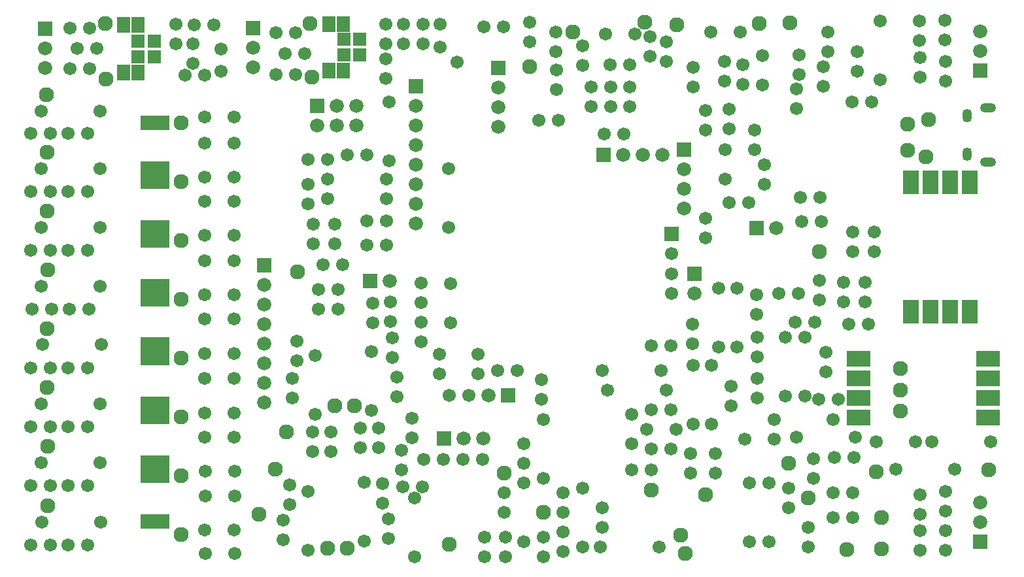
<source format=gbs>
G04 (created by PCBNEW (2013-jul-07)-stable) date Sun 25 May 2014 01:03:41 AM EDT*
%MOIN*%
G04 Gerber Fmt 3.4, Leading zero omitted, Abs format*
%FSLAX34Y34*%
G01*
G70*
G90*
G04 APERTURE LIST*
%ADD10C,0.00393701*%
%ADD11C,0.067*%
%ADD12R,0.145X0.073*%
%ADD13R,0.072X0.072*%
%ADD14C,0.072*%
%ADD15C,0.077*%
%ADD16R,0.08X0.12*%
%ADD17R,0.12X0.08*%
%ADD18O,0.0495X0.0692*%
%ADD19O,0.081X0.0476*%
%ADD20R,0.0712X0.079*%
%ADD21R,0.0672X0.0672*%
G04 APERTURE END LIST*
G54D10*
G54D11*
X37510Y-36830D03*
X37510Y-37830D03*
G54D12*
X20709Y-33719D03*
X20709Y-36029D03*
X20709Y-30719D03*
X20709Y-33029D03*
X20709Y-27719D03*
X20709Y-30029D03*
X20709Y-24699D03*
X20709Y-27009D03*
X20709Y-21719D03*
X20709Y-24029D03*
X20709Y-18719D03*
X20709Y-21029D03*
X20709Y-15723D03*
X20709Y-18033D03*
G54D11*
X50976Y-19769D03*
X49976Y-19769D03*
X59484Y-31972D03*
X57484Y-31972D03*
X59700Y-37510D03*
X59700Y-36510D03*
X61000Y-37500D03*
X61000Y-36500D03*
X61000Y-34500D03*
X61000Y-35500D03*
X59700Y-34670D03*
X59700Y-35670D03*
X54010Y-36330D03*
X54010Y-37330D03*
X55260Y-35830D03*
X56260Y-35830D03*
X55260Y-34580D03*
X56260Y-34580D03*
X55340Y-32780D03*
X56340Y-32780D03*
X54898Y-28417D03*
X54898Y-27417D03*
X51401Y-29744D03*
X51401Y-28744D03*
X54358Y-25878D03*
X53358Y-25878D03*
X51398Y-27634D03*
X51398Y-26634D03*
X48760Y-20580D03*
X48760Y-21580D03*
X48120Y-25970D03*
X48120Y-26970D03*
X46010Y-27080D03*
X47010Y-27080D03*
X50090Y-30130D03*
X50090Y-29130D03*
X48010Y-33580D03*
X48010Y-32580D03*
X46010Y-32330D03*
X47010Y-32330D03*
X47010Y-30330D03*
X46010Y-30330D03*
X43510Y-35330D03*
X43510Y-36330D03*
X40510Y-36830D03*
X40510Y-37830D03*
X38560Y-36830D03*
X38560Y-37830D03*
X40410Y-29800D03*
X40410Y-28800D03*
X34272Y-26882D03*
X34272Y-25882D03*
X34272Y-23868D03*
X34272Y-24868D03*
X35776Y-23894D03*
X35776Y-25894D03*
X29510Y-17580D03*
X28510Y-17580D03*
X28510Y-18830D03*
X28510Y-19830D03*
X32510Y-21930D03*
X31510Y-21930D03*
X29860Y-21880D03*
X29860Y-20880D03*
X28760Y-21880D03*
X28760Y-20880D03*
X40260Y-15580D03*
X41260Y-15580D03*
X43921Y-12732D03*
X44921Y-12732D03*
X48142Y-12858D03*
X48142Y-13858D03*
X53620Y-19520D03*
X54620Y-19520D03*
X53680Y-20750D03*
X54680Y-20750D03*
X57240Y-14630D03*
X56240Y-14630D03*
G54D13*
X28970Y-14830D03*
G54D14*
X28970Y-15850D03*
X29970Y-14850D03*
X29970Y-15830D03*
X30970Y-14830D03*
X30970Y-15850D03*
X62760Y-36080D03*
X62760Y-35080D03*
G54D13*
X62760Y-37080D03*
X47680Y-17090D03*
G54D14*
X47680Y-18090D03*
X47680Y-19090D03*
X47680Y-20090D03*
G54D13*
X43560Y-17350D03*
G54D14*
X44560Y-17350D03*
X45560Y-17350D03*
X46560Y-17350D03*
G54D13*
X38696Y-29594D03*
G54D14*
X37696Y-29594D03*
G54D11*
X40510Y-33830D03*
X40510Y-30830D03*
X56420Y-31730D03*
X53420Y-31730D03*
X55260Y-30830D03*
X52260Y-30830D03*
X49070Y-28090D03*
X49070Y-31090D03*
X48140Y-31080D03*
X48140Y-28080D03*
X46760Y-29330D03*
X43760Y-29330D03*
X43510Y-28330D03*
X46510Y-28330D03*
X39190Y-28330D03*
X38190Y-28330D03*
X39510Y-37080D03*
X39510Y-34080D03*
X43420Y-37340D03*
X46420Y-37340D03*
X42510Y-37330D03*
X42510Y-34330D03*
X52010Y-37080D03*
X52010Y-34080D03*
X51010Y-34080D03*
X51010Y-37080D03*
X56510Y-13080D03*
X56510Y-12080D03*
X32310Y-35120D03*
X32310Y-34120D03*
X32100Y-31290D03*
X32100Y-32290D03*
X31180Y-32290D03*
X31180Y-31290D03*
X37177Y-28492D03*
X37177Y-27492D03*
X35669Y-21027D03*
X35669Y-18027D03*
X32799Y-27681D03*
X32799Y-26681D03*
X32724Y-24834D03*
X32724Y-25834D03*
X31814Y-25909D03*
X31814Y-24909D03*
X24768Y-33490D03*
X23268Y-33490D03*
X24758Y-36490D03*
X23258Y-36490D03*
X23268Y-34730D03*
X24768Y-34730D03*
X23274Y-37689D03*
X24774Y-37689D03*
X35425Y-32875D03*
X34425Y-32875D03*
X36400Y-32875D03*
X37400Y-32875D03*
X51760Y-17830D03*
X51760Y-18830D03*
X48760Y-16080D03*
X48760Y-15080D03*
X52260Y-31830D03*
X50760Y-31830D03*
X45760Y-31330D03*
X47260Y-31330D03*
X45010Y-30580D03*
X45010Y-32080D03*
X32510Y-19580D03*
X29510Y-19580D03*
X32510Y-18580D03*
X29510Y-18580D03*
X51693Y-13789D03*
X51693Y-12289D03*
X49760Y-17080D03*
X49760Y-18580D03*
X23258Y-28730D03*
X24758Y-28730D03*
X23258Y-31730D03*
X24758Y-31730D03*
X24758Y-21450D03*
X23258Y-21450D03*
X24758Y-24460D03*
X23258Y-24460D03*
X24758Y-27460D03*
X23258Y-27460D03*
X24758Y-30500D03*
X23258Y-30500D03*
X23258Y-22730D03*
X24758Y-22730D03*
X23258Y-25710D03*
X24758Y-25710D03*
X24758Y-18470D03*
X23258Y-18470D03*
X23258Y-19710D03*
X24758Y-19710D03*
X24758Y-15420D03*
X23258Y-15420D03*
X23258Y-16730D03*
X24758Y-16730D03*
X30510Y-17330D03*
X31510Y-17330D03*
X29260Y-22950D03*
X30260Y-22950D03*
X35208Y-28492D03*
X35208Y-27492D03*
X55547Y-29795D03*
X54547Y-29795D03*
X49748Y-13587D03*
X49748Y-12587D03*
X42510Y-12780D03*
X42510Y-11780D03*
X45953Y-12315D03*
X45953Y-11315D03*
X39510Y-32080D03*
X39510Y-33080D03*
X49260Y-32580D03*
X49260Y-33580D03*
X38510Y-35580D03*
X38510Y-34580D03*
X46010Y-33410D03*
X45010Y-33410D03*
X41510Y-34580D03*
X41510Y-35580D03*
X41510Y-37580D03*
X41510Y-36580D03*
X54260Y-32830D03*
X54260Y-33830D03*
X53010Y-35330D03*
X53010Y-34330D03*
X33354Y-34259D03*
X34354Y-34259D03*
X53527Y-12232D03*
X53527Y-13232D03*
X55010Y-11080D03*
X55010Y-12080D03*
X31500Y-20700D03*
X32500Y-20700D03*
X32650Y-14632D03*
X32650Y-17632D03*
X44610Y-16290D03*
X43610Y-16290D03*
X41160Y-13020D03*
X41160Y-14020D03*
X41150Y-12060D03*
X41150Y-11060D03*
X15388Y-16250D03*
X14388Y-16250D03*
X15388Y-19200D03*
X14388Y-19200D03*
X15388Y-22200D03*
X14388Y-22200D03*
X15438Y-25200D03*
X14438Y-25200D03*
X15388Y-28200D03*
X14388Y-28200D03*
X15388Y-31200D03*
X14388Y-31200D03*
X15388Y-34200D03*
X14388Y-34200D03*
X15388Y-37250D03*
X14388Y-37250D03*
X38468Y-10807D03*
X37468Y-10807D03*
X39799Y-11587D03*
X39799Y-10587D03*
X59700Y-13360D03*
X59700Y-12360D03*
X59690Y-10500D03*
X59690Y-11500D03*
X60990Y-10480D03*
X60990Y-11480D03*
X61000Y-13580D03*
X61000Y-12580D03*
G54D14*
X62760Y-12040D03*
X62760Y-11040D03*
G54D13*
X62760Y-13040D03*
G54D11*
X43930Y-14860D03*
X43930Y-13860D03*
X44910Y-14860D03*
X44910Y-13860D03*
X42930Y-14860D03*
X42930Y-13860D03*
X35696Y-29594D03*
X36696Y-29594D03*
X32620Y-35920D03*
X32620Y-36920D03*
X33031Y-28661D03*
X33031Y-29661D03*
X33291Y-33421D03*
X33291Y-32421D03*
X16288Y-16250D03*
X17288Y-16250D03*
X16288Y-19200D03*
X17288Y-19200D03*
X16338Y-25200D03*
X17338Y-25200D03*
X16288Y-22200D03*
X17288Y-22200D03*
X16288Y-31200D03*
X17288Y-31200D03*
X16288Y-28200D03*
X17288Y-28200D03*
X16288Y-37250D03*
X17288Y-37250D03*
X16288Y-34200D03*
X17288Y-34200D03*
X49960Y-16000D03*
X49960Y-15000D03*
X51260Y-16080D03*
X51260Y-17080D03*
X54760Y-12840D03*
X54760Y-13840D03*
X53409Y-13972D03*
X53409Y-14972D03*
X60295Y-31976D03*
X63295Y-31976D03*
X58488Y-33382D03*
X61488Y-33382D03*
X51390Y-24470D03*
X51390Y-25470D03*
X54580Y-23740D03*
X54580Y-24740D03*
X50370Y-27130D03*
X50370Y-24130D03*
X49450Y-24130D03*
X49450Y-27130D03*
X52500Y-24420D03*
X53500Y-24420D03*
X53831Y-26638D03*
X53831Y-29638D03*
X52838Y-29634D03*
X52838Y-26634D03*
X50673Y-12728D03*
X50673Y-13728D03*
X46775Y-11587D03*
X46775Y-12587D03*
X56272Y-22283D03*
X56272Y-21283D03*
X55807Y-24827D03*
X55807Y-23827D03*
X56925Y-24835D03*
X56925Y-23835D03*
X57386Y-22283D03*
X57386Y-21283D03*
X28330Y-12181D03*
X27330Y-12181D03*
X57063Y-25980D03*
X56063Y-25980D03*
X26862Y-11102D03*
X27862Y-11102D03*
X26882Y-13248D03*
X27882Y-13248D03*
X32480Y-10681D03*
X32480Y-11681D03*
X33378Y-11673D03*
X34378Y-11673D03*
X34378Y-10689D03*
X33378Y-10689D03*
X32480Y-13453D03*
X32480Y-12453D03*
G54D13*
X25709Y-10890D03*
G54D14*
X25709Y-11890D03*
X25709Y-12890D03*
G54D11*
X35236Y-10689D03*
X35236Y-11831D03*
X17732Y-11905D03*
X16732Y-11905D03*
X23713Y-10709D03*
X22713Y-10709D03*
X23244Y-13268D03*
X22244Y-13268D03*
X21791Y-10661D03*
X21791Y-11661D03*
X22630Y-11673D03*
X22630Y-12673D03*
X16390Y-10866D03*
X17390Y-10866D03*
X16389Y-12952D03*
X17389Y-12952D03*
G54D13*
X15118Y-10909D03*
G54D14*
X15118Y-11909D03*
X15118Y-12909D03*
G54D15*
X18177Y-10646D03*
X18220Y-13476D03*
X28602Y-10650D03*
X28720Y-13366D03*
G54D11*
X24071Y-11953D03*
X24091Y-13079D03*
G54D16*
X62252Y-25355D03*
X61252Y-25355D03*
X60252Y-25355D03*
X59252Y-25355D03*
X59252Y-18755D03*
X60252Y-18755D03*
X61252Y-18755D03*
X62252Y-18755D03*
G54D17*
X56574Y-30728D03*
X56574Y-29728D03*
X56574Y-28728D03*
X56574Y-27728D03*
X63174Y-27728D03*
X63174Y-28728D03*
X63174Y-29728D03*
X63174Y-30728D03*
G54D18*
X62126Y-17299D03*
X62126Y-15331D03*
G54D19*
X63189Y-17693D03*
X63189Y-14937D03*
G54D11*
X43671Y-11177D03*
X45171Y-11177D03*
X49041Y-11079D03*
X50541Y-11079D03*
X57685Y-13496D03*
X57685Y-10496D03*
X47051Y-24397D03*
X47051Y-23401D03*
G54D15*
X40507Y-35578D03*
X47748Y-37677D03*
X57744Y-37448D03*
X45688Y-10566D03*
X22047Y-15720D03*
X47303Y-10700D03*
X51503Y-10645D03*
X35696Y-37200D03*
X46007Y-34429D03*
X57751Y-35846D03*
X42011Y-11078D03*
X47523Y-36740D03*
X55980Y-37480D03*
X54007Y-34830D03*
X15228Y-35240D03*
X48779Y-34688D03*
X38511Y-33578D03*
X63220Y-33397D03*
X27420Y-31470D03*
X29520Y-37410D03*
X58700Y-29330D03*
X58700Y-28228D03*
X58700Y-30413D03*
X22059Y-24700D03*
X15228Y-32212D03*
X15196Y-29212D03*
X15196Y-26212D03*
X15244Y-23212D03*
X15212Y-20208D03*
X15212Y-17208D03*
X15173Y-14267D03*
X22047Y-36720D03*
X22047Y-33720D03*
X22047Y-30720D03*
X22047Y-27720D03*
X22047Y-21720D03*
X26010Y-35670D03*
X26840Y-33380D03*
X29860Y-30130D03*
X30877Y-30145D03*
X57460Y-33515D03*
X27972Y-23318D03*
X54562Y-22271D03*
X22047Y-18720D03*
X39795Y-12846D03*
X53070Y-10598D03*
G54D11*
X27560Y-35170D03*
X27560Y-34170D03*
X29660Y-31470D03*
X29660Y-32470D03*
X28730Y-32470D03*
X28730Y-31470D03*
X33826Y-31771D03*
X33826Y-30771D03*
X27948Y-27838D03*
X27948Y-26838D03*
X29050Y-25200D03*
X29050Y-24200D03*
X30050Y-24200D03*
X30050Y-25200D03*
X27250Y-35970D03*
X27250Y-36970D03*
X36102Y-12598D03*
G54D13*
X47035Y-21389D03*
G54D11*
X47035Y-22389D03*
G54D15*
X60023Y-17452D03*
X59070Y-17094D03*
X59086Y-15787D03*
G54D13*
X26267Y-22964D03*
G54D14*
X26267Y-23964D03*
X26267Y-24964D03*
X26267Y-25964D03*
X26267Y-26964D03*
X26267Y-27964D03*
X26267Y-28964D03*
X26267Y-29964D03*
G54D13*
X48200Y-23397D03*
G54D14*
X48200Y-24397D03*
G54D15*
X60129Y-15531D03*
G54D11*
X27704Y-28724D03*
X27704Y-29724D03*
G54D13*
X51366Y-21066D03*
G54D14*
X52366Y-21066D03*
G54D20*
X30325Y-13025D03*
X29575Y-13025D03*
X30325Y-10675D03*
X29575Y-10675D03*
X19850Y-13150D03*
X19100Y-13150D03*
X19850Y-10700D03*
X19100Y-10700D03*
G54D21*
X30327Y-12228D03*
X31153Y-12228D03*
X30327Y-11440D03*
X31153Y-11440D03*
X19838Y-12330D03*
X20664Y-12330D03*
X19838Y-11551D03*
X20664Y-11551D03*
G54D15*
X30519Y-37409D03*
G54D13*
X31677Y-23779D03*
G54D14*
X32677Y-23779D03*
G54D13*
X35429Y-31795D03*
G54D14*
X36429Y-31795D03*
X37429Y-31795D03*
G54D11*
X33948Y-37838D03*
X33948Y-34838D03*
X14909Y-15098D03*
X17909Y-15098D03*
X14913Y-18043D03*
X17913Y-18043D03*
X14917Y-21027D03*
X17917Y-21027D03*
X14964Y-27019D03*
X17964Y-27019D03*
X14921Y-24047D03*
X17921Y-24047D03*
X14929Y-36070D03*
X17929Y-36070D03*
X14909Y-33039D03*
X17909Y-33039D03*
X14921Y-30031D03*
X17921Y-30031D03*
X31370Y-34051D03*
X31370Y-37051D03*
X28496Y-34507D03*
X28496Y-37507D03*
X28877Y-27570D03*
X28877Y-30570D03*
X31751Y-27389D03*
X31751Y-30389D03*
G54D13*
X34005Y-13832D03*
G54D14*
X34005Y-14832D03*
X34005Y-15832D03*
X34005Y-16832D03*
X34005Y-17832D03*
X34005Y-18832D03*
X34005Y-19832D03*
X34005Y-20832D03*
G54D13*
X38208Y-12919D03*
G54D14*
X38208Y-13919D03*
X38208Y-14919D03*
X38208Y-15919D03*
G54D15*
X53011Y-33080D03*
M02*

</source>
